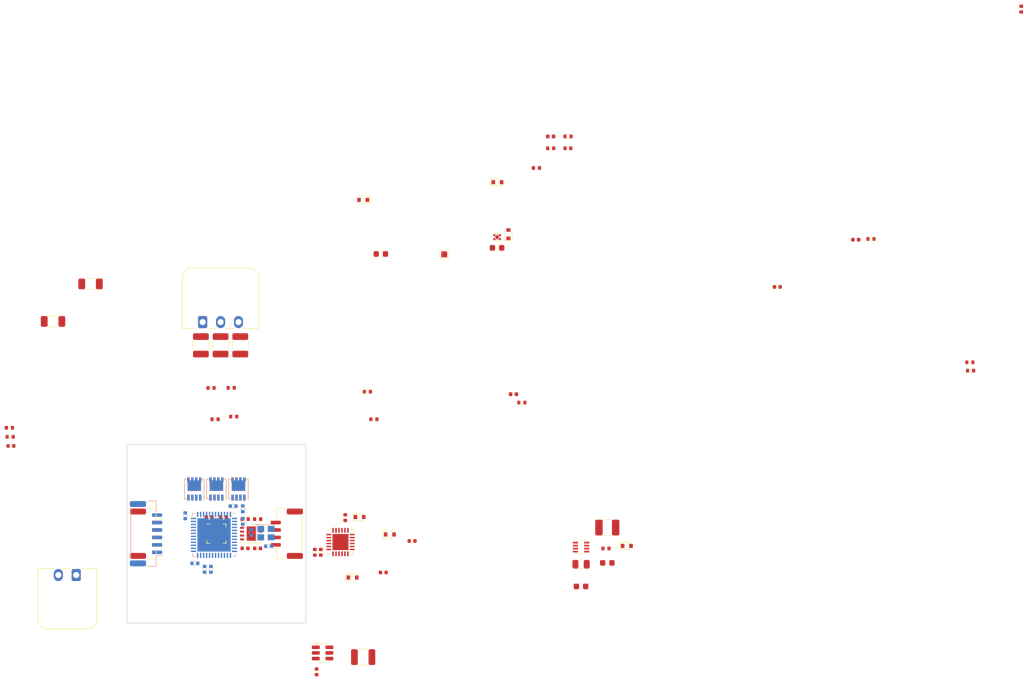
<source format=kicad_pcb>
(kicad_pcb (version 20211014) (generator pcbnew)
  (layers (0 "F.Cu" signal) (31 "B.Cu" signal) (34 "B.Paste" user) (35 "F.Paste" user) (36 "B.SilkS" user "B.Silkscreen") (37 "F.SilkS" user "F.Silkscreen") (38 "B.Mask" user) (39 "F.Mask" user) (44 "Edge.Cuts" user))
  (net 0 "")
  (net 1 "+3V3")
  (net 2 "GND")
  (net 3 "/nRST")
  (net 4 "+5V")
  (net 5 "/XIN")
  (net 6 "/XOUT")
  (net 7 "+BATT")
  (net 8 "Net-(C21-Pad1)")
  (net 9 "Net-(C25-Pad1)")
  (net 10 "/OPAMP1_VINP")
  (net 11 "Net-(C26-Pad1)")
  (net 12 "/OPAMP2_VINP")
  (net 13 "Net-(C27-Pad1)")
  (net 14 "/OPAMP3_VINP")
  (net 15 "Net-(C29-Pad1)")
  (net 16 "/VSENSE_BAT")
  (net 17 "Net-(D2-Pad2)")
  (net 18 "Net-(D3-Pad1)")
  (net 19 "/STATUS")
  (net 20 "Net-(D4-Pad2)")
  (net 21 "Net-(D5-Pad1)")
  (net 22 "Net-(D6-Pad1)")
  (net 23 "/CAN_STATUS")
  (net 24 "/CAN_P")
  (net 25 "/CAN_N")
  (net 26 "Net-(J3-Pad1)")
  (net 27 "/OPAMP1_VINM")
  (net 28 "/OPAMP2_VINM")
  (net 29 "/OPAMP3_VINM")
  (net 30 "/USART3_TX_DBG")
  (net 31 "/USART3_RX_DBG")
  (net 32 "/SWDIO")
  (net 33 "/SWCLK")
  (net 34 "Net-(L1-Pad1)")
  (net 35 "Net-(Q1-Pad4)")
  (net 36 "Net-(Q2-Pad4)")
  (net 37 "Net-(Q3-Pad4)")
  (net 38 "Net-(Q4-Pad4)")
  (net 39 "Net-(Q5-Pad4)")
  (net 40 "Net-(Q6-Pad4)")
  (net 41 "/CAN_SILENT")
  (net 42 "/Power Stage/FET_HIGH_A")
  (net 43 "/Power Stage/FET_LOW_A")
  (net 44 "/Power Stage/FET_HIGH_B")
  (net 45 "/Power Stage/FET_LOW_B")
  (net 46 "/Power Stage/FET_HIGH_C")
  (net 47 "/Power Stage/FET_LOW_C")
  (net 48 "Net-(R20-Pad1)")
  (net 49 "/VSENSE_3V3")
  (net 50 "/DAC1_OUT1")
  (net 54 "/ISENSE_BAT")
  (net 56 "/TIM1_CH3N")
  (net 60 "/TIM1_CH1")
  (net 61 "/TIM1_CH2")
  (net 62 "/TIM1_CH3")
  (net 63 "/TIM1_CH1N")
  (net 64 "/TIM1_CH2N")
  (net 68 "/SPI1_SCK")
  (net 69 "/SPI1_MISO")
  (net 70 "/SPI1_MOSI")
  (net 71 "/SPI1_nCS")
  (net 72 "/FDCAN1_RX")
  (net 73 "/FDCAN1_TX")
  (footprint "Resistor_SMD:R_0402_1005Metric" (layer "F.Cu") (at 52.475 75.525)
    (fp_text reference "R13" hide)
    (fp_text value "100")
    (pad "1" smd roundrect (at -0.51 0) (size 0.54 0.64) (layers "F.Cu" "F.Paste" "F.Mask") (net 44 "/Power Stage/FET_HIGH_B"))
    (pad "2" smd roundrect (at 0.51 0) (size 0.54 0.64) (layers "F.Cu" "F.Paste" "F.Mask") (net 37 "Net-(Q3-Pad4)"))
  )
  (footprint "Capacitor_SMD:C_0402_1005Metric" (layer "F.Cu") (at 15.55 85.275)
    (fp_text reference "C30" hide)
    (fp_text value "0u1")
    (pad "1" smd roundrect (at -0.48 0) (size 0.56 0.62) (layers "F.Cu" "F.Paste" "F.Mask") (net 16 "/VSENSE_BAT"))
    (pad "2" smd roundrect (at 0.48 0) (size 0.56 0.62) (layers "F.Cu" "F.Paste" "F.Mask") (net 2 "GND"))
  )
  (footprint "Resistor_SMD:R_0402_1005Metric" (layer "F.Cu") (at 75.3 76.175)
    (fp_text reference "R15" hide)
    (fp_text value "100")
    (pad "1" smd roundrect (at -0.51 0) (size 0.54 0.64) (layers "F.Cu" "F.Paste" "F.Mask") (net 46 "/Power Stage/FET_HIGH_C"))
    (pad "2" smd roundrect (at 0.51 0) (size 0.54 0.64) (layers "F.Cu" "F.Paste" "F.Mask") (net 39 "Net-(Q5-Pad4)"))
  )
  (footprint "Connector_Molex:Molex_Micro-Fit_3.0_43650-0200_1x02_P3.00mm_Horizontal" (layer "F.Cu") (at 26.5 106.93 180)
    (fp_text reference "J3" hide)
    (fp_text value "Battery")
    (pad "" np_thru_hole circle (at 1.5 -4.32 180) (size 3 3) (drill 3) (layers *.Cu *.Mask))
    (pad "1" thru_hole roundrect (at 0 0 180) (size 1.5 2.02) (drill 1.02) (layers *.Cu *.Mask) (roundrect_rratio 0.166667) (net 26 "Net-(J3-Pad1)"))
    (pad "2" thru_hole oval (at 3 0 180) (size 1.5 2.02) (drill 1.02) (layers *.Cu *.Mask) (net 2 "GND"))
  )
  (footprint "Capacitor_SMD:C_0402_1005Metric" (layer "F.Cu") (at 54.8 102.455)
    (fp_text reference "C18" hide)
    (fp_text value "0.1uF")
    (pad "1" smd roundrect (at -0.48 0) (size 0.56 0.62) (layers "F.Cu" "F.Paste" "F.Mask") (net 4 "+5V"))
    (pad "2" smd roundrect (at 0.48 0) (size 0.56 0.62) (layers "F.Cu" "F.Paste" "F.Mask") (net 2 "GND"))
  )
  (footprint "Package_DFN_QFN:QFN-16-1EP_3x3mm_P0.5mm_EP1.7x1.7mm" (layer "F.Cu") (at 50 100)
    (fp_text reference "U3" hide)
    (fp_text value "MA732")
    (pad "1" smd roundrect (at -1.4625 -0.75) (size 0.825 0.25) (layers "F.Cu" "F.Paste" "F.Mask"))
    (pad "2" smd roundrect (at -1.4625 -0.25) (size 0.825 0.25) (layers "F.Cu" "F.Paste" "F.Mask"))
    (pad "3" smd roundrect (at -1.4625 0.25) (size 0.825 0.25) (layers "F.Cu" "F.Paste" "F.Mask"))
    (pad "4" smd roundrect (at -1.4625 0.75) (size 0.825 0.25) (layers "F.Cu" "F.Paste" "F.Mask") (net 70 "/SPI1_MOSI"))
    (pad "5" smd roundrect (at -0.75 1.4625) (size 0.25 0.825) (layers "F.Cu" "F.Paste" "F.Mask") (net 71 "/SPI1_nCS"))
    (pad "6" smd roundrect (at -0.25 1.4625) (size 0.25 0.825) (layers "F.Cu" "F.Paste" "F.Mask"))
    (pad "7" smd roundrect (at 0.25 1.4625) (size 0.25 0.825) (layers "F.Cu" "F.Paste" "F.Mask") (net 69 "/SPI1_MISO"))
    (pad "8" smd roundrect (at 0.75 1.4625) (size 0.25 0.825) (layers "F.Cu" "F.Paste" "F.Mask") (net 2 "GND"))
    (pad "9" smd roundrect (at 1.4625 0.75) (size 0.825 0.25) (layers "F.Cu" "F.Paste" "F.Mask"))
    (pad "10" smd roundrect (at 1.4625 0.25) (size 0.825 0.25) (layers "F.Cu" "F.Paste" "F.Mask") (net 2 "GND"))
    (pad "11" smd roundrect (at 1.4625 -0.25) (size 0.825 0.25) (layers "F.Cu" "F.Paste" "F.Mask"))
    (pad "12" smd roundrect (at 1.4625 -0.75) (size 0.825 0.25) (layers "F.Cu" "F.Paste" "F.Mask") (net 68 "/SPI1_SCK"))
    (pad "13" smd roundrect (at 0.75 -1.4625) (size 0.25 0.825) (layers "F.Cu" "F.Paste" "F.Mask") (net 1 "+3V3"))
    (pad "14" smd roundrect (at 0.25 -1.4625) (size 0.25 0.825) (layers "F.Cu" "F.Paste" "F.Mask"))
    (pad "15" smd roundrect (at -0.25 -1.4625) (size 0.25 0.825) (layers "F.Cu" "F.Paste" "F.Mask"))
    (pad "16" smd roundrect (at -0.75 -1.4625) (size 0.25 0.825) (layers "F.Cu" "F.Paste" "F.Mask"))
    (pad "17" smd rect (at 0 0) (size 1.7 1.7) (layers "F.Cu" "F.Mask") (net 2 "GND"))
  )
  (footprint "Resistor_SMD:R_1210_3225Metric" (layer "F.Cu") (at 47.4 68.4 90)
    (fp_text reference "R17" hide)
    (fp_text value "0R005")
    (pad "1" smd roundrect (at -1.4625 0 90) (size 1.125 2.65) (layers "F.Cu" "F.Paste" "F.Mask") (roundrect_rratio 0.222222) (net 10 "/OPAMP1_VINP"))
    (pad "2" smd roundrect (at 1.4625 0 90) (size 1.125 2.65) (layers "F.Cu" "F.Paste" "F.Mask") (roundrect_rratio 0.222222) (net 27 "/OPAMP1_VINM"))
  )
  (footprint "Capacitor_SMD:C_0603_1608Metric" (layer "F.Cu") (at 115.525 104.9)
    (fp_text reference "C29" hide)
    (fp_text value "10u")
    (pad "1" smd roundrect (at -0.775 0) (size 0.9 0.95) (layers "F.Cu" "F.Paste" "F.Mask") (net 15 "Net-(C29-Pad1)"))
    (pad "2" smd roundrect (at 0.775 0) (size 0.9 0.95) (layers "F.Cu" "F.Paste" "F.Mask") (net 2 "GND"))
  )
  (footprint "Capacitor_SMD:C_1206_3216Metric" (layer "F.Cu") (at 22.61 64.39)
    (fp_text reference "C28" hide)
    (fp_text value "47u")
    (pad "1" smd roundrect (at -1.475 0) (size 1.15 1.8) (layers "F.Cu" "F.Paste" "F.Mask") (roundrect_rratio 0.217391) (net 7 "+BATT"))
    (pad "2" smd roundrect (at 1.475 0) (size 1.15 1.8) (layers "F.Cu" "F.Paste" "F.Mask") (roundrect_rratio 0.217391) (net 2 "GND"))
  )
  (footprint "Resistor_SMD:R_0402_1005Metric" (layer "F.Cu") (at 176.425 72.65)
    (fp_text reference "R22" hide)
    (fp_text value "10K")
    (pad "1" smd roundrect (at -0.51 0) (size 0.54 0.64) (layers "F.Cu" "F.Paste" "F.Mask") (net 49 "/VSENSE_3V3"))
    (pad "2" smd roundrect (at 0.51 0) (size 0.54 0.64) (layers "F.Cu" "F.Paste" "F.Mask") (net 2 "GND"))
  )
  (footprint "Resistor_SMD:R_0402_1005Metric" (layer "F.Cu") (at 108.94 33.36)
    (fp_text reference "R2" hide)
    (fp_text value "10K")
    (pad "1" smd roundrect (at -0.51 0) (size 0.54 0.64) (layers "F.Cu" "F.Paste" "F.Mask") (net 1 "+3V3"))
    (pad "2" smd roundrect (at 0.51 0) (size 0.54 0.64) (layers "F.Cu" "F.Paste" "F.Mask") (net 3 "/nRST"))
  )
  (footprint "Capacitor_SMD:C_0402_1005Metric" (layer "F.Cu") (at 56.9 102.455 180)
    (fp_text reference "C15" hide)
    (fp_text value "0.1uF")
    (pad "1" smd roundrect (at -0.48 0 180) (size 0.56 0.62) (layers "F.Cu" "F.Paste" "F.Mask") (net 1 "+3V3"))
    (pad "2" smd roundrect (at 0.48 0 180) (size 0.56 0.62) (layers "F.Cu" "F.Paste" "F.Mask") (net 2 "GND"))
  )
  (footprint "Resistor_SMD:R_0402_1005Metric" (layer "F.Cu") (at 52.9 80.35)
    (fp_text reference "R14" hide)
    (fp_text value "100")
    (pad "1" smd roundrect (at -0.51 0) (size 0.54 0.64) (layers "F.Cu" "F.Paste" "F.Mask") (net 45 "/Power Stage/FET_LOW_B"))
    (pad "2" smd roundrect (at 0.51 0) (size 0.54 0.64) (layers "F.Cu" "F.Paste" "F.Mask") (net 38 "Net-(Q4-Pad4)"))
  )
  (footprint "Resistor_SMD:R_1210_3225Metric" (layer "F.Cu") (at 74.6 120.7)
    (fp_text reference "R12" hide)
    (fp_text value "0R005")
    (pad "1" smd roundrect (at -1.4625 0) (size 1.125 2.65) (layers "F.Cu" "F.Paste" "F.Mask") (roundrect_rratio 0.222222) (net 7 "+BATT"))
    (pad "2" smd roundrect (at 1.4625 0) (size 1.125 2.65) (layers "F.Cu" "F.Paste" "F.Mask") (roundrect_rratio 0.222222) (net 26 "Net-(J3-Pad1)"))
  )
  (footprint "Capacitor_SMD:C_0402_1005Metric" (layer "F.Cu") (at 108.92 35.34)
    (fp_text reference "C10" hide)
    (fp_text value "0.1uF")
    (pad "1" smd roundrect (at -0.48 0) (size 0.56 0.62) (layers "F.Cu" "F.Paste" "F.Mask") (net 3 "/nRST"))
    (pad "2" smd roundrect (at 0.48 0) (size 0.56 0.62) (layers "F.Cu" "F.Paste" "F.Mask") (net 2 "GND"))
  )
  (footprint "LED_SMD:LED_0402_1005Metric" (layer "F.Cu") (at 106.035 33.36)
    (fp_text reference "D5" hide)
    (fp_text value "GREEN")
    (pad "1" smd roundrect (at -0.485 0) (size 0.59 0.64) (layers "F.Cu" "F.Paste" "F.Mask") (net 21 "Net-(D5-Pad1)"))
    (pad "2" smd roundrect (at 0.485 0) (size 0.59 0.64) (layers "F.Cu" "F.Paste" "F.Mask") (net 1 "+3V3"))
  )
  (footprint "Capacitor_SMD:C_0402_1005Metric" (layer "F.Cu") (at 77.975 106.5)
    (fp_text reference "C26" hide)
    (fp_text value "4u7")
    (pad "1" smd roundrect (at -0.48 0) (size 0.56 0.62) (layers "F.Cu" "F.Paste" "F.Mask") (net 11 "Net-(C26-Pad1)"))
    (pad "2" smd roundrect (at 0.48 0) (size 0.56 0.62) (layers "F.Cu" "F.Paste" "F.Mask") (net 12 "/OPAMP2_VINP"))
  )
  (footprint "Diode_SMD:D_SOD-523" (layer "F.Cu") (at 97.11 41.04)
    (fp_text reference "D2" hide)
    (fp_text value "BAT64")
    (pad "1" smd rect (at -0.7 0 180) (size 0.6 0.7) (layers "F.Cu" "F.Paste" "F.Mask") (net 4 "+5V"))
    (pad "2" smd rect (at 0.7 0 180) (size 0.6 0.7) (layers "F.Cu" "F.Paste" "F.Mask") (net 17 "Net-(D2-Pad2)"))
  )
  (footprint "Resistor_SMD:R_0402_1005Metric" (layer "F.Cu") (at 49.775 80.8)
    (fp_text reference "R11" hide)
    (fp_text value "100")
    (pad "1" smd roundrect (at -0.51 0) (size 0.54 0.64) (layers "F.Cu" "F.Paste" "F.Mask") (net 43 "/Power Stage/FET_LOW_A"))
    (pad "2" smd roundrect (at 0.51 0) (size 0.54 0.64) (layers "F.Cu" "F.Paste" "F.Mask") (net 36 "Net-(Q2-Pad4)"))
  )
  (footprint "Package_SO:Vishay_PowerPAK_1212-8_Single" (layer "F.Cu") (at 53.7 92.5 90)
    (fp_text reference "Q5" hide)
    (fp_text value "SiS415DNT")
    (pad "1" smd rect (at -1.435 -0.99 90) (size 0.99 0.405) (layers "F.Cu" "F.Paste" "F.Mask") (net 14 "/OPAMP3_VINP"))
    (pad "2" smd rect (at -1.435 -0.33 90) (size 0.99 0.405) (layers "F.Cu" "F.Paste" "F.Mask") (net 14 "/OPAMP3_VINP"))
    (pad "3" smd rect (at -1.435 0.33 90) (size 0.99 0.405) (layers "F.Cu" "F.Paste" "F.Mask") (net 14 "/OPAMP3_VINP"))
    (pad "4" smd rect (at -1.435 0.99 90) (size 0.99 0.405) (layers "F.Cu" "F.Paste" "F.Mask") (net 39 "Net-(Q5-Pad4)"))
    (pad "5" smd custom (at 0.5575 0 90) (size 1.725 2.235) (layers "F.Cu" "F.Paste" "F.Mask") (net 7 "+BATT") (options (clearance outline) (anchor rect)) (primitives (gr_poly (pts (xy 1.3725 -0.7875) (xy 0.8625 -0.7875) (xy 0.8625 -0.5325) (xy 1.3725 -0.5325) (xy 1.3725 -0.1275) (xy 0.8625 -0.1275) (xy 0.8625 0.1275) (xy 1.3725 0.1275) (xy 1.3725 0.5325) (xy 0.8625 0.5325) (xy 0.8625 0.7875) (xy 1.3725 0.7875) (xy 1.3725 1.195) (xy 0.6125 1.195) (xy 0.6125 -1.195) (xy 1.3725 -1.195)) (width 0) (fill yes))))
  )
  (footprint "Capacitor_SMD:C_0402_1005Metric" (layer "F.Cu") (at 51.21 97.2 180)
    (fp_text reference "C16" hide)
    (fp_text value "1u")
    (pad "1" smd roundrect locked (at -0.48 0 180) (size 0.56 0.62) (layers "F.Cu" "F.Paste" "F.Mask") (net 2 "GND"))
    (pad "2" smd roundrect locked (at 0.48 0 180) (size 0.56 0.62) (layers "F.Cu" "F.Paste" "F.Mask") (net 1 "+3V3"))
  )
  (footprint "Capacitor_SMD:C_0402_1005Metric" (layer "F.Cu") (at 66.8 123.175 90)
    (fp_text reference "C31" hide)
    (fp_text value "0u1")
    (pad "1" smd roundrect (at -0.48 0 90) (size 0.56 0.62) (layers "F.Cu" "F.Paste" "F.Mask") (net 1 "+3V3"))
    (pad "2" smd roundrect (at 0.48 0 90) (size 0.56 0.62) (layers "F.Cu" "F.Paste" "F.Mask") (net 2 "GND"))
  )
  (footprint "Package_SO:Vishay_PowerPAK_1212-8_Single" (layer "F.Cu") (at 50 92.5 90)
    (fp_text reference "Q3" hide)
    (fp_text value "SiS415DNT")
    (pad "1" smd rect (at -1.435 -0.99 90) (size 0.99 0.405) (layers "F.Cu" "F.Paste" "F.Mask") (net 12 "/OPAMP2_VINP"))
    (pad "2" smd rect (at -1.435 -0.33 90) (size 0.99 0.405) (layers "F.Cu" "F.Paste" "F.Mask") (net 12 "/OPAMP2_VINP"))
    (pad "3" smd rect (at -1.435 0.33 90) (size 0.99 0.405) (layers "F.Cu" "F.Paste" "F.Mask") (net 12 "/OPAMP2_VINP"))
    (pad "4" smd rect (at -1.435 0.99 90) (size 0.99 0.405) (layers "F.Cu" "F.Paste" "F.Mask") (net 37 "Net-(Q3-Pad4)"))
    (pad "5" smd custom (at 0.5575 0 90) (size 1.725 2.235) (layers "F.Cu" "F.Paste" "F.Mask") (net 7 "+BATT") (options (clearance outline) (anchor rect)) (primitives (gr_poly (pts (xy 1.3725 -0.7875) (xy 0.8625 -0.7875) (xy 0.8625 -0.5325) (xy 1.3725 -0.5325) (xy 1.3725 -0.1275) (xy 0.8625 -0.1275) (xy 0.8625 0.1275) (xy 1.3725 0.1275) (xy 1.3725 0.5325) (xy 0.8625 0.5325) (xy 0.8625 0.7875) (xy 1.3725 0.7875) (xy 1.3725 1.195) (xy 0.6125 1.195) (xy 0.6125 -1.195) (xy 1.3725 -1.195)) (width 0) (fill yes))))
  )
  (footprint "Resistor_SMD:R_1210_3225Metric" (layer "F.Cu") (at 50.7 68.4 90)
    (fp_text reference "R18" hide)
    (fp_text value "0R005")
    (pad "1" smd roundrect (at -1.4625 0 90) (size 1.125 2.65) (layers "F.Cu" "F.Paste" "F.Mask") (roundrect_rratio 0.222222) (net 12 "/OPAMP2_VINP"))
    (pad "2" smd roundrect (at 1.4625 0 90) (size 1.125 2.65) (layers "F.Cu" "F.Paste" "F.Mask") (roundrect_rratio 0.222222) (net 28 "/OPAMP2_VINM"))
  )
  (footprint "Capacitor_SMD:C_0402_1005Metric" (layer "F.Cu") (at 184.9 12 -90)
    (fp_text reference "C9" hide)
    (fp_text value "10u")
    (pad "1" smd roundrect (at -0.48 0 270) (size 0.56 0.62) (layers "F.Cu" "F.Paste" "F.Mask") (net 1 "+3V3"))
    (pad "2" smd roundrect (at 0.48 0 270) (size 0.56 0.62) (layers "F.Cu" "F.Paste" "F.Mask") (net 2 "GND"))
  )
  (footprint "Resistor_SMD:R_0402_1005Metric" (layer "F.Cu") (at 106.035 35.35)
    (fp_text reference "R1" hide)
    (fp_text value "0")
    (pad "1" smd roundrect (at -0.51 0) (size 0.54 0.64) (layers "F.Cu" "F.Paste" "F.Mask") (net 3 "/nRST"))
    (pad "2" smd roundrect (at 0.51 0) (size 0.54 0.64) (layers "F.Cu" "F.Paste" "F.Mask") (net 2 "GND"))
  )
  (footprint "Capacitor_SMD:C_0402_1005Metric" (layer "F.Cu") (at 67.5 103.11 -90)
    (fp_text reference "C22" hide)
    (fp_text value "2u2")
    (pad "1" smd roundrect (at -0.48 0 270) (size 0.56 0.62) (layers "F.Cu" "F.Paste" "F.Mask") (net 1 "+3V3"))
    (pad "2" smd roundrect (at 0.48 0 270) (size 0.56 0.62) (layers "F.Cu" "F.Paste" "F.Mask") (net 2 "GND"))
  )
  (footprint "Diode_SMD:D_SOD-523" (layer "F.Cu") (at 79.075 100.125)
    (fp_text reference "D9" hide)
    (fp_text value "BAT54")
    (pad "1" smd rect (at -0.7 0 180) (size 0.6 0.7) (layers "F.Cu" "F.Paste" "F.Mask") (net 13 "Net-(C27-Pad1)"))
    (pad "2" smd rect (at 0.7 0 180) (size 0.6 0.7) (layers "F.Cu" "F.Paste" "F.Mask") (net 1 "+3V3"))
  )
  (footprint "Package_DFN_QFN:DFN-8_2x2mm_P0.5mm" (layer "F.Cu") (at 111.125 102.25)
    (fp_text reference "U6" hide)
    (fp_text value "MAX15062A")
    (pad "1" smd rect (at -0.95 -0.75) (size 0.85 0.3) (layers "F.Cu" "F.Paste" "F.Mask") (net 7 "+BATT"))
    (pad "2" smd rect (at -0.95 -0.25) (size 0.85 0.3) (layers "F.Cu" "F.Paste" "F.Mask") (net 7 "+BATT"))
    (pad "3" smd rect (at -0.95 0.25) (size 0.85 0.3) (layers "F.Cu" "F.Paste" "F.Mask") (net 8 "Net-(C21-Pad1)"))
    (pad "4" smd rect (at -0.95 0.75) (size 0.85 0.3) (layers "F.Cu" "F.Paste" "F.Mask") (net 15 "Net-(C29-Pad1)"))
    (pad "5" smd rect (at 0.95 0.75) (size 0.85 0.3) (layers "F.Cu" "F.Paste" "F.Mask") (net 2 "GND"))
    (pad "6" smd rect (at 0.95 0.25) (size 0.85 0.3) (layers "F.Cu" "F.Paste" "F.Mask") (net 48 "Net-(R20-Pad1)"))
    (pad "7" smd rect (at 0.95 -0.25) (size 0.85 0.3) (layers "F.Cu" "F.Paste" "F.Mask") (net 2 "GND"))
    (pad "8" smd rect (at 0.95 -0.75) (size 0.85 0.3) (layers "F.Cu" "F.Paste" "F.Mask") (net 34 "Net-(L1-Pad1)"))
  )
  (footprint "Resistor_SMD:R_0402_1005Metric" (layer "F.Cu") (at 101.2 78)
    (fp_text reference "R3" hide)
    (fp_text value "1K5")
    (pad "1" smd roundrect (at -0.51 0) (size 0.54 0.64) (layers "F.Cu" "F.Paste" "F.Mask") (net 18 "Net-(D3-Pad1)"))
    (pad "2" smd roundrect (at 0.51 0) (size 0.54 0.64) (layers "F.Cu" "F.Paste" "F.Mask") (net 2 "GND"))
  )
  (footprint "Resistor_SMD:R_0402_1005Metric" (layer "F.Cu") (at 103.65 38.65)
    (fp_text reference "R4" hide)
    (fp_text value "1.5K")
    (pad "1" smd roundrect (at -0.51 0) (size 0.54 0.64) (layers "F.Cu" "F.Paste" "F.Mask") (net 21 "Net-(D5-Pad1)"))
    (pad "2" smd roundrect (at 0.51 0) (size 0.54 0.64) (layers "F.Cu" "F.Paste" "F.Mask") (net 2 "GND"))
  )
  (footprint "Diode_SMD:D_SOD-523" (layer "F.Cu") (at 118.8 102.05)
    (fp_text reference "D10" hide)
    (fp_text value "BAT54")
    (pad "1" smd rect (at -0.7 0 180) (size 0.6 0.7) (layers "F.Cu" "F.Paste" "F.Mask") (net 1 "+3V3"))
    (pad "2" smd rect (at 0.7 0 180) (size 0.6 0.7) (layers "F.Cu" "F.Paste" "F.Mask") (net 15 "Net-(C29-Pad1)"))
  )
  (footprint "Connector_Molex:Molex_Micro-Fit_3.0_43650-0300_1x03_P3.00mm_Horizontal" (layer "F.Cu") (at 47.7 64.5)
    (fp_text reference "J4" hide)
    (fp_text value "Motor")
    (pad "" np_thru_hole circle (at 3 -4.32) (size 3 3) (drill 3) (layers *.Cu *.Mask))
    (pad "1" thru_hole roundrect (at 0 0) (size 1.5 2.02) (drill 1.02) (layers *.Cu *.Mask) (roundrect_rratio 0.166667) (net 27 "/OPAMP1_VINM"))
    (pad "2" thru_hole oval (at 3 0) (size 1.5 2.02) (drill 1.02) (layers *.Cu *.Mask) (net 28 "/OPAMP2_VINM"))
    (pad "3" thru_hole oval (at 6 0) (size 1.5 2.02) (drill 1.02) (layers *.Cu *.Mask) (net 29 "/OPAMP3_VINM"))
  )
  (footprint "Diode_SMD:D_SOD-523" (layer "F.Cu") (at 74 97.2)
    (fp_text reference "D7" hide)
    (fp_text value "BAT54")
    (pad "1" smd rect (at -0.7 0 180) (size 0.6 0.7) (layers "F.Cu" "F.Paste" "F.Mask") (net 9 "Net-(C25-Pad1)"))
    (pad "2" smd rect (at 0.7 0 180) (size 0.6 0.7) (layers "F.Cu" "F.Paste" "F.Mask") (net 1 "+3V3"))
  )
  (footprint "Resistor_SMD:R_0402_1005Metric" (layer "F.Cu") (at 54.81 97.555 180)
    (fp_text reference "R5" hide)
    (fp_text value "100K")
    (pad "1" smd roundrect (at -0.51 0 180) (size 0.54 0.64) (layers "F.Cu" "F.Paste" "F.Mask") (net 41 "/CAN_SILENT"))
    (pad "2" smd roundrect (at 0.51 0 180) (size 0.54 0.64) (layers "F.Cu" "F.Paste" "F.Mask") (net 2 "GND"))
  )
  (footprint "TestPoint:TestPoint_Pad_1.0x1.0mm" (layer "F.Cu") (at 88.19 53.14)
    (fp_text reference "TP1" hide)
    (fp_text value "TestPoint")
    (pad "1" smd rect (at 0 0) (size 1 1) (layers "F.Cu" "F.Mask") (net 50 "/DAC1_OUT1"))
  )
  (footprint "Package_SO:Vishay_PowerPAK_1212-8_Single" (layer "F.Cu") (at 46.3 92.5 90)
    (fp_text reference "Q1" hide)
    (fp_text value "SiS415DNT")
    (pad "1" smd rect (at -1.435 -0.99 90) (size 0.99 0.405) (layers "F.Cu" "F.Paste" "F.Mask") (net 10 "/OPAMP1_VINP"))
    (pad "2" smd rect (at -1.435 -0.33 90) (size 0.99 0.405) (layers "F.Cu" "F.Paste" "F.Mask") (net 10 "/OPAMP1_VINP"))
    (pad "3" smd rect (at -1.435 0.33 90) (size 0.99 0.405) (layers "F.Cu" "F.Paste" "F.Mask") (net 10 "/OPAMP1_VINP"))
    (pad "4" smd rect (at -1.435 0.99 90) (size 0.99 0.405) (layers "F.Cu" "F.Paste" "F.Mask") (net 35 "Net-(Q1-Pad4)"))
    (pad "5" smd custom (at 0.5575 0 90) (size 1.725 2.235) (layers "F.Cu" "F.Paste" "F.Mask") (net 7 "+BATT") (options (clearance outline) (anchor rect)) (primitives (gr_poly (pts (xy 1.3725 -0.7875) (xy 0.8625 -0.7875) (xy 0.8625 -0.5325) (xy 1.3725 -0.5325) (xy 1.3725 -0.1275) (xy 0.8625 -0.1275) (xy 0.8625 0.1275) (xy 1.3725 0.1275) (xy 1.3725 0.5325) (xy 0.8625 0.5325) (xy 0.8625 0.7875) (xy 1.3725 0.7875) (xy 1.3725 1.195) (xy 0.6125 1.195) (xy 0.6125 -1.195) (xy 1.3725 -1.195)) (width 0) (fill yes))))
  )
  (footprint "Capacitor_SMD:C_0402_1005Metric" (layer "F.Cu") (at 144.02 58.6)
    (fp_text reference "C8" hide)
    (fp_text value "0u1")
    (pad "1" smd roundrect (at -0.48 0) (size 0.56 0.62) (layers "F.Cu" "F.Paste" "F.Mask") (net 1 "+3V3"))
    (pad "2" smd roundrect (at 0.48 0) (size 0.56 0.62) (layers "F.Cu" "F.Paste" "F.Mask") (net 2 "GND"))
  )
  (footprint "Package_TO_SOT_SMD:SOT-23-6" (layer "F.Cu") (at 67.8 120)
    (fp_text reference "U7" hide)
    (fp_text value "INA186")
    (pad "1" smd roundrect (at -1.1375 -0.95) (size 1.325 0.6) (layers "F.Cu" "F.Paste" "F.Mask") (net 2 "GND"))
    (pad "2" smd roundrect (at -1.1375 0) (size 1.325 0.6) (layers "F.Cu" "F.Paste" "F.Mask") (net 2 "GND"))
    (pad "3" smd roundrect (at -1.1375 0.95) (size 1.325 0.6) (layers "F.Cu" "F.Paste" "F.Mask") (net 1 "+3V3"))
    (pad "4" smd roundrect (at 1.1375 0.95) (size 1.325 0.6) (layers "F.Cu" "F.Paste" "F.Mask") (net 26 "Net-(J3-Pad1)"))
    (pad "5" smd roundrect (at 1.1375 0) (size 1.325 0.6) (layers "F.Cu" "F.Paste" "F.Mask") (net 7 "+BATT"))
    (pad "6" smd roundrect (at 1.1375 -0.95) (size 1.325 0.6) (layers "F.Cu" "F.Paste" "F.Mask") (net 54 "/ISENSE_BAT"))
  )
  (footprint "Resistor_SMD:R_0402_1005Metric" (layer "F.Cu") (at 15.3 82.225)
    (fp_text reference "R8" hide)
    (fp_text value "47K")
    (pad "1" smd roundrect (at -0.51 0) (size 0.54 0.64) (layers "F.Cu" "F.Paste" "F.Mask") (net 7 "+BATT"))
    (pad "2" smd roundrect (at 0.51 0) (size 0.54 0.64) (layers "F.Cu" "F.Paste" "F.Mask") (net 16 "/VSENSE_BAT"))
  )
  (footprint "Capacitor_SMD:C_0402_1005Metric" (layer "F.Cu") (at 71.6 97.3 90)
    (fp_text reference "C25" hide)
    (fp_text value "4u7")
    (pad "1" smd roundrect (at -0.48 0 90) (size 0.56 0.62) (layers "F.Cu" "F.Paste" "F.Mask") (net 9 "Net-(C25-Pad1)"))
    (pad "2" smd roundrect (at 0.48 0 90) (size 0.56 0.62) (layers "F.Cu" "F.Paste" "F.Mask") (net 10 "/OPAMP1_VINP"))
  )
  (footprint "Resistor_SMD:R_0402_1005Metric" (layer "F.Cu") (at 49.1 75.55)
    (fp_text reference "R10" hide)
    (fp_text value "100")
    (pad "1" smd roundrect (at -0.51 0) (size 0.54 0.64) (layers "F.Cu" "F.Paste" "F.Mask") (net 42 "/Power Stage/FET_HIGH_A"))
    (pad "2" smd roundrect (at 0.51 0) (size 0.54 0.64) (layers "F.Cu" "F.Paste" "F.Mask") (net 35 "Net-(Q1-Pad4)"))
  )
  (footprint "Capacitor_SMD:C_0402_1005Metric" (layer "F.Cu") (at 66.5 103.12 90)
    (fp_text reference "C20" hide)
    (fp_text value "0u1")
    (pad "1" smd roundrect (at -0.48 0 90) (size 0.56 0.62) (layers "F.Cu" "F.Paste" "F.Mask") (net 2 "GND"))
    (pad "2" smd roundrect (at 0.48 0 90) (size 0.56 0.62) (layers "F.Cu" "F.Paste" "F.Mask") (net 1 "+3V3"))
  )
  (footprint "LED_SMD:LED_0402_1005Metric" (layer "F.Cu") (at 99.8 76.6)
    (fp_text reference "D3" hide)
    (fp_text value "LED")
    (pad "1" smd roundrect (at -0.485 0) (size 0.59 0.64) (layers "F.Cu" "F.Paste" "F.Mask") (net 18 "Net-(D3-Pad1)"))
    (pad "2" smd roundrect (at 0.485 0) (size 0.59 0.64) (layers "F.Cu" "F.Paste" "F.Mask") (net 19 "/STATUS"))
  )
  (footprint "Capacitor_SMD:C_1206_3216Metric" (layer "F.Cu") (at 28.9 58.1)
    (fp_text reference "C24" hide)
    (fp_text value "47u")
    (pad "1" smd roundrect (at -1.475 0) (size 1.15 1.8) (layers "F.Cu" "F.Paste" "F.Mask") (roundrect_rratio 0.217391) (net 7 "+BATT"))
    (pad "2" smd roundrect (at 1.475 0) (size 1.15 1.8) (layers "F.Cu" "F.Paste" "F.Mask") (roundrect_rratio 0.217391) (net 2 "GND"))
  )
  (footprint "Connector_JST:JST_GH_SM04B-GHS-TB_1x04-1MP_P1.25mm_Horizontal" (layer "F.Cu") (at 38.2 100 -90)
    (fp_text reference "J1" hide)
    (fp_text value "CAN_IN")
    (pad "1" smd roundrect locked (at -1.875 -1.85 270) (size 0.6 1.7) (layers "F.Cu" "F.Paste" "F.Mask") (net 17 "Net-(D2-Pad2)"))
    (pad "2" smd roundrect locked (at -0.625 -1.85 270) (size 0.6 1.7) (layers "F.Cu" "F.Paste" "F.Mask") (net 24 "/CAN_P"))
    (pad "3" smd roundrect locked (at 0.625 -1.85 270) (size 0.6 1.7) (layers "F.Cu" "F.Paste" "F.Mask") (net 25 "/CAN_N"))
    (pad "4" smd roundrect locked (at 1.875 -1.85 270) (size 0.6 1.7) (layers "F.Cu" "F.Paste" "F.Mask") (net 2 "GND"))
    (pad "MP" smd roundrect locked (at -3.725 1.35 270) (size 1 2.7) (layers "F.Cu" "F.Paste" "F.Mask"))
    (pad "MP" smd roundrect locked (at 3.725 1.35 270) (size 1 2.7) (layers "F.Cu" "F.Paste" "F.Mask"))
  )
  (footprint "Diode_SMD:D_SOD-523" (layer "F.Cu") (at 98.95 49.75 90)
    (fp_text reference "D1" hide)
    (fp_text value "BZX58550-B5V6")
    (pad "1" smd rect (at -0.7 0 270) (size 0.6 0.7) (layers "F.Cu" "F.Paste" "F.Mask") (net 4 "+5V"))
    (pad "2" smd rect (at 0.7 0 270) (size 0.6 0.7) (layers "F.Cu" "F.Paste" "F.Mask") (net 2 "GND"))
  )
  (footprint "Resistor_SMD:R_0402_1005Metric" (layer "F.Cu") (at 176.3 71.25)
    (fp_text reference "R21" hide)
    (fp_text value "10K")
    (pad "1" smd roundrect (at -0.51 0) (size 0.54 0.64) (layers "F.Cu" "F.Paste" "F.Mask") (net 1 "+3V3"))
    (pad "2" smd roundrect (at 0.51 0) (size 0.54 0.64) (layers "F.Cu" "F.Paste" "F.Mask") (net 49 "/VSENSE_3V3"))
  )
  (footprint "Package_DFN_QFN:DFN-8-1EP_3x3mm_P0.65mm_EP1.55x2.4mm" (layer "F.Cu") (at 55.85 99.98)
    (fp_text reference "U4" hide)
    (fp_text value "TJA1051TK-3")
    (pad "1" smd rect (at -1.55 -0.975) (size 0.65 0.35) (layers "F.Cu" "F.Paste" "F.Mask") (net 73 "/FDCAN1_TX"))
    (pad "2" smd rect (at -1.55 -0.325) (size 0.65 0.35) (layers "F.Cu" "F.Paste" "F.Mask") (net 2 "GND"))
    (pad "3" smd rect (at -1.55 0.325) (size 0.65 0.35) (layers "F.Cu" "F.Paste" "F.Mask") (net 4 "+5V"))
    (pad "4" smd rect (at -1.55 0.975) (size 0.65 0.35) (layers "F.Cu" "F.Paste" "F.Mask") (net 72 "/FDCAN1_RX"))
    (pad "5" smd rect (at 1.55 0.975) (size 0.65 0.35) (layers "F.Cu" "F.Paste" "F.Mask") (net 1 "+3V3"))
    (pad "6" smd rect (at 1.55 0.325) (size 0.65 0.35) (layers "F.Cu" "F.Paste" "F.Mask") (net 25 "/CAN_N"))
    (pad "7" smd rect (at 1.55 -0.325) (size 0.65 0.35) (layers "F.Cu" "F.Paste" "F.Mask") (net 24 "/CAN_P"))
    (pad "8" smd rect (at 1.55 -0.975) (size 0.65 0.35) (layers "F.Cu" "F.Paste" "F.Mask") (net 41 "/CAN_SILENT"))
    (pad "9" smd rect (at 0 0) (size 1.55 2.4) (layers "F.Cu" "F.Mask") (net 2 "GND"))
  )
  (footprint "Inductor_SMD:L_1210_3225Metric" (layer "F.Cu") (at 115.525 98.975)
    (fp_text reference "L1" hide)
    (fp_text value "33uH")
    (pad "1" smd roundrect (at -1.4 0) (size 1.25 2.65) (layers "F.Cu" "F.Paste" "F.Mask") (roundrect_rratio 0.2) (net 34 "Net-(L1-Pad1)"))
    (pad "2" smd roundrect (at 1.4 0) (size 1.25 2.65) (layers "F.Cu" "F.Paste" "F.Mask") (roundrect_rratio 0.2) (net 15 "Net-(C29-Pad1)"))
  )
  (footprint "Resistor_SMD:R_0402_1005Metric" (layer "F.Cu") (at 15.425 83.75)
    (fp_text reference "R9" hide)
    (fp_text value "5K6")
    (pad "1" smd roundrect (at -0.51 0) (size 0.54 0.64) (layers "F.Cu" "F.Paste" "F.Mask") (net 16 "/VSENSE_BAT"))
    (pad "2" smd roundrect (at 0.51 0) (size 0.54 0.64) (layers "F.Cu" "F.Paste" "F.Mask") (net 2 "GND"))
  )
  (footprint "LED_SMD:LED_0402_1005Metric" (layer "F.Cu") (at 157.175 50.675)
    (fp_text reference "D6" hide)
    (fp_text value "BLUE")
    (pad "1" smd roundrect (at -0.485 0) (size 0.59 0.64) (layers "F.Cu" "F.Paste" "F.Mask") (net 22 "Net-(D6-Pad1)"))
    (pad "2" smd roundrect (at 0.485 0) (size 0.59 0.64) (layers "F.Cu" "F.Paste" "F.Mask") (net 23 "/CAN_STATUS"))
  )
  (footprint "Resistor_SMD:R_0402_1005Metric" (layer "F.Cu") (at 159.725 50.55)
    (fp_text reference "R7" hide)
    (fp_text value "1K5")
    (pad "1" smd roundrect (at -0.51 0) (size 0.54 0.64) (layers "F.Cu" "F.Paste" "F.Mask") (net 22 "Net-(D6-Pad1)"))
    (pad "2" smd roundrect (at 0.51 0) (size 0.54 0.64) (layers "F.Cu" "F.Paste" "F.Mask") (net 2 "GND"))
  )
  (footprint "Capacitor_SMD:C_0402_1005Metric" (layer "F.Cu") (at 82.8 101.225)
    (fp_text reference "C27" hide)
    (fp_text value "4u7")
    (pad "1" smd roundrect (at -0.48 0) (size 0.56 0.62) (layers "F.Cu" "F.Paste" "F.Mask") (net 13 "Net-(C27-Pad1)"))
    (pad "2" smd roundrect (at 0.48 0) (size 0.56 0.62) (layers "F.Cu" "F.Paste" "F.Mask") (net 14 "/OPAMP3_VINP"))
  )
  (footprint "Capacitor_SMD:C_0603_1608Metric" (layer "F.Cu") (at 97.05 52.05 180)
    (fp_text reference "C11" hide)
    (fp_text value "0.1uF")
    (pad "1" smd roundrect (at -0.775 0 180) (size 0.9 0.95) (layers "F.Cu" "F.Paste" "F.Mask") (net 4 "+5V"))
    (pad "2" smd roundrect (at 0.775 0 180) (size 0.9 0.95) (layers "F.Cu" "F.Paste" "F.Mask") (net 2 "GND"))
  )
  (footprint "Connector_JST:JST_GH_SM04B-GHS-TB_1x04-1MP_P1.25mm_Horizontal" (layer "F.Cu") (at 61.8 100 90)
    (fp_text reference "J2" hide)
    (fp_text value "CAN_OUT")
    (pad "1" smd roundrect locked (at -1.875 -1.85 90) (size 0.6 1.7) (layers "F.Cu" "F.Paste" "F.Mask") (net 20 "Net-(D4-Pad2)"))
    (pad "2" smd roundrect locked (at -0.625 -1.85 90) (size 0.6 1.7) (layers "F.Cu" "F.Paste" "F.Mask") (net 24 "/CAN_P"))
    (pad "3" smd roundrect locked (at 0.625 -1.85 90) (size 0.6 1.7) (layers "F.Cu" "F.Paste" "F.Mask") (net 25 "/CAN_N"))
    (pad "4" smd roundrect locked (at 1.875 -1.85 90) (size 0.6 1.7) (layers "F.Cu" "F.Paste" "F.Mask") (net 2 "GND"))
    (pad "MP" smd roundrect locked (at -3.725 1.35 90) (size 1 2.7) (layers "F.Cu" "F.Paste" "F.Mask"))
    (pad "MP" smd roundrect locked (at 3.725 1.35 90) (size 1 2.7) (layers "F.Cu" "F.Paste" "F.Mask"))
  )
  (footprint "Package_SON:Texas_X2SON-4_1x1mm_P0.65mm" (layer "F.Cu") (at 97.05 50.25)
    (fp_text reference "U2" hide)
    (fp_text value "TLV71333PDQN")
    (pad "1" smd custom (at -0.43 -0.325) (size 0.148492 0.148492) (layers "F.Cu") (net 1 "+3V3") (options (clearance outline) (anchor circle)) (primitives (gr_poly (pts (xy 0.23 -0.054289) (xy 0.020711 0.155) (xy -0.23 0.155) (xy -0.23 -0.155) (xy 0.23 -0.155)) (width 0) (fill yes))))
    (pad "2" smd custom (at -0.43 0.325) (size 0.148492 0.148492) (layers "F.Cu") (net 2 "GND") (options (clearance outline) (anchor circle)) (primitives (gr_poly (pts (xy 0.23 0.054289) (xy 0.23 0.155) (xy -0.23 0.155) (xy -0.23 -0.155) (xy 0.020711 -0.155)) (width 0) (fill yes))))
    (pad "3" smd custom (at 0.43 0.325) (size 0.148492 0.148492) (layers "F.Cu") (net 4 "+5V") (options (clearance outline) (anchor circle)) (primitives (gr_poly (pts (xy 0.23 0.155) (xy -0.23 0.155) (xy -0.23 0.054289) (xy -0.020711 -0.155) (xy 0.23 -0.155)) (width 0) (fill yes))))
    (pad "4" smd custom (at 0.43 -0.325) (size 0.148492 0.148492) (layers "F.Cu") (net 4 "+5V") (options (clearance outline) (anchor circle)) (primitives (gr_poly (pts (xy 0.23 0.155) (xy -0.020711 0.155) (xy -0.23 -0.054289) (xy -0.23 -0.155) (xy 0.23 -0.155)) (width 0) (fill yes))))
    (pad "5" smd rect (at 0 0 45) (size 0.58 0.58) (layers "F.Cu" "F.Paste" "F.Mask") (net 2 "GND"))
  )
  (footprint "Capacitor_SMD:C_0402_1005Metric" (layer "F.Cu") (at 48.79 97.2 180)
    (fp_text reference "C17" hide)
    (fp_text value "0u1")
    (pad "1" smd roundrect locked (at -0.48 0 180) (size 0.56 0.62) (layers "F.Cu" "F.Paste" "F.Mask") (net 1 "+3V3"))
    (pad "2" smd roundrect locked (at 0.48 0 180) (size 0.56 0.62) (layers "F.Cu" "F.Paste" "F.Mask") (net 2 "GND"))
  )
  (footprint "Diode_SMD:D_SOD-523" (layer "F.Cu") (at 72.825 107.35)
    (fp_text reference "D8" hide)
    (fp_text value "BAT54")
    (pad "1" smd rect (at -0.7 0 180) (size 0.6 0.7) (layers "F.Cu" "F.Paste" "F.Mask") (net 11 "Net-(C26-Pad1)"))
    (pad "2" smd rect (at 0.7 0 180) (size 0.6 0.7) (layers "F.Cu" "F.Paste" "F.Mask") (net 1 "+3V3"))
  )
  (footprint "Resistor_SMD:R_0402_1005Metric" (layer "F.Cu") (at 76.4 80.8)
    (fp_text reference "R16" hide)
    (fp_text value "100")
    (pad "1" smd roundrect (at -0.51 0) (size 0.54 0.64) (layers "F.Cu" "F.Paste" "F.Mask") (net 47 "/Power Stage/FET_LOW_C"))
    (pad "2" smd roundrect (at 0.51 0) (size 0.54 0.64) (layers "F.Cu" "F.Paste" "F.Mask") (net 40 "Net-(Q6-Pad4)"))
  )
  (footprint "Capacitor_SMD:C_0603_1608Metric" (layer "F.Cu") (at 77.56 53.07)
    (fp_text reference "C12" hide)
    (fp_text value "0.1uF")
    (pad "1" smd roundrect (at -0.775 0) (size 0.9 0.95) (layers "F.Cu" "F.Paste" "F.Mask") (net 1 "+3V3"))
    (pad "2" smd roundrect (at 0.775 0) (size 0.9 0.95) (layers "F.Cu" "F.Paste" "F.Mask") (net 2 "GND"))
  )
  (footprint "Resistor_SMD:R_1210_3225Metric" (layer "F.Cu") (at 54 68.4 90)
    (fp_text reference "R19" hide)
    (fp_text value "0R005")
    (pad "1" smd roundrect (at -1.4625 0 90) (size 1.125 2.65) (layers "F.Cu" "F.Paste" "F.Mask") (roundrect_rratio 0.222222) (net 14 "/OPAMP3_VINP"))
    (pad "2" smd roundrect (at 1.4625 0 90) (size 1.125 2.65) (layers "F.Cu" "F.Paste" "F.Mask") (roundrect_rratio 0.222222) (net 29 "/OPAMP3_VINM"))
  )
  (footprint "Resistor_SMD:R_0402_1005Metric" (layer "F.Cu") (at 56.91 97.555 180)
    (fp_text reference "R6" hide)
    (fp_text value "100K")
    (pad "1" smd roundrect (at -0.51 0 180) (size 0.54 0.64) (layers "F.Cu" "F.Paste" "F.Mask") (net 1 "+3V3"))
    (pad "2" smd roundrect (at 0.51 0 180) (size 0.54 0.64) (layers "F.Cu" "F.Paste" "F.Mask") (net 41 "/CAN_SILENT"))
  )
  (footprint "Capacitor_SMD:C_0603_1608Metric" (layer "F.Cu") (at 111.125 108.85)
    (fp_text reference "C21" hide)
    (fp_text value "1u")
    (pad "1" smd roundrect (at -0.775 0) (size 0.9 0.95) (layers "F.Cu" "F.Paste" "F.Mask") (net 8 "Net-(C21-Pad1)"))
    (pad "2" smd roundrect (at 0.775 0) (size 0.9 0.95) (layers "F.Cu" "F.Paste" "F.Mask") (net 2 "GND"))
  )
  (footprint "Package_DFN_QFN:QFN-24-1EP_4x4mm_P0.5mm_EP2.7x2.7mm" (layer "F.Cu") (at 70.8 101.4)
    (fp_text reference "U5" hide)
    (fp_text value "FD6288Q")
    (pad "1" smd roundrect (at -1.9625 -1.25) (size 0.825 0.25) (layers "F.Cu" "F.Paste" "F.Mask") (net 63 "/TIM1_CH1N"))
    (pad "2" smd roundrect (at -1.9625 -0.75) (size 0.825 0.25) (layers "F.Cu" "F.Paste" "F.Mask") (net 64 "/TIM1_CH2N"))
    (pad "3" smd roundrect (at -1.9625 -0.25) (size 0.825 0.25) (layers "F.Cu" "F.Paste" "F.Mask") (net 56 "/TIM1_CH3N"))
    (pad "4" smd roundrect (at -1.9625 0.25) (size 0.825 0.25) (layers "F.Cu" "F.Paste" "F.Mask") (net 1 "+3V3"))
    (pad "5" smd roundrect (at -1.9625 0.75) (size 0.825 0.25) (layers "F.Cu" "F.Paste" "F.Mask"))
    (pad "6" smd roundrect (at -1.9625 1.25) (size 0.825 0.25) (layers "F.Cu" "F.Paste" "F.Mask") (net 2 "GND"))
    (pad "7" smd roundrect (at -1.25 1.9625) (size 0.25 0.825) (layers "F.Cu" "F.Paste" "F.Mask"))
    (pad "8" smd roundrect (at -0.75 1.9625) (size 0.25 0.825) (layers "F.Cu" "F.Paste" "F.Mask"))
    (pad "9" smd roundrect (at -0.25 1.9625) (size 0.25 0.825) (layers "F.Cu" "F.Paste" "F.Mask") (net 47 "/Power Stage/FET_LOW_C"))
    (pad "10" smd roundrect (at 0.25 1.9625) (size 0.25 0.825) (layers "F.Cu" "F.Paste" "F.Mask") (net 45 "/Power Stage/FET_LOW_B"))
    (pad "11" smd roundrect (at 0.75 1.9625) (size 0.25 0.825) (layers "F.Cu" "F.Paste" "F.Mask") (net 43 "/Power Stage/FET_LOW_A"))
    (pad "12" smd roundrect (at 1.25 1.9625) (size 0.25 0.825) (layers "F.Cu" "F.Paste" "F.Mask") (net 14 "/OPAMP3_VINP"))
    (pad "13" smd roundrect (at 1.9625 1.25) (size 0.825 0.25) (layers "F.Cu" "F.Paste" "F.Mask") (net 46 "/Power Stage/FET_HIGH_C"))
    (pad "14" smd roundrect (at 1.9625 0.75) (size 0.825 0.25) (layers "F.Cu" "F.Paste" "F.Mask") (net 13 "Net-(C27-Pad1)"))
    (pad "15" smd roundrect (at 1.9625 0.25) (size 0.825 0.25) (layers "F.Cu" "F.Paste" "F.Mask") (net 12 "/OPAMP2_VINP"))
    (pad "16" smd roundrect (at 1.9625 -0.25) (size 0.825 0.25) (layers "F.Cu" "F.Paste" "F.Mask") (net 44 "/Power Stage/FET_HIGH_B"))
    (pad "17" smd roundrect (at 1.9625 -0.75) (size 0.825 0.25) (layers "F.Cu" "F.Paste" "F.Mask") (net 11 "Net-(C26-Pad1)"))
    (pad "18" smd roundrect (at 1.9625 -1.25) (size 0.825 0.25) (layers "F.Cu" "F.Paste" "F.Mask") (net 10 "/OPAMP1_VINP"))
    (pad "19" smd roundrect (at 1.25 -1.9625) (size 0.25 0.825) (layers "F.Cu" "F.Paste" "F.Mask") (net 42 "/Power Stage/FET_HIGH_A"))
    (pad "20" smd roundrect (at 0.75 -1.9625) (size 0.25 0.825) (layers "F.Cu" "F.Paste" "F.Mask") (net 9 "Net-(C25-Pad1)"))
    (pad "21" smd roundrect (at 0.25 -1.9625) (size 0.25 0.825) (layers "F.Cu" "F.Paste" "F.Mask"))
    (pad "22" smd roundrect (at -0.25 -1.9625) (size 0.25 0.825) (layers "F.Cu" "F.Paste" "F.Mask") (net 60 "/TIM1_CH1"))
    (pad "23" smd roundrect (at -0.75 -1.9625) (size 0.25 0.825) (layers "F.Cu" "F.Paste" "F.Mask") (net 61 "/TIM1_CH2"))
    (pad "24" smd roundrect (at -1.25 -1.9625) (size 0.25 0.825) (layers "F.Cu" "F.Paste" "F.Mask") (net 62 "/TIM1_CH3"))
    (pad "25" smd rect (at 0 0) (size 2.7 2.7) (layers "F.Cu" "F.Mask"))
  )
  (footprint "Capacitor_SMD:C_0805_2012Metric" (layer "F.Cu") (at 111.125 105.125)
    (fp_text reference "C19" hide)
    (fp_text value "1u")
    (pad "1" smd roundrect (at -0.95 0) (size 1 1.45) (layers "F.Cu" "F.Paste" "F.Mask") (net 7 "+BATT"))
    (pad "2" smd roundrect (at 0.95 0) (size 1 1.45) (layers "F.Cu" "F.Paste" "F.Mask") (net 2 "GND"))
  )
  (footprint "Diode_SMD:D_SOD-523" (layer "F.Cu") (at 74.6 44 180)
    (fp_text reference "D4" hide)
    (fp_text value "BAT64")
    (pad "1" smd rect (at -0.7 0) (size 0.6 0.7) (layers "F.Cu" "F.Paste" "F.Mask") (net 4 "+5V"))
    (pad "2" smd rect (at 0.7 0) (size 0.6 0.7) (layers "F.Cu" "F.Paste" "F.Mask") (net 20 "Net-(D4-Pad2)"))
  )
  (footprint "Resistor_SMD:R_0402_1005Metric" (layer "F.Cu") (at 115.3 102.475)
    (fp_text reference "R20" hide)
    (fp_text value "1K")
    (pad "1" smd roundrect (at -0.51 0) (size 0.54 0.64) (layers "F.Cu" "F.Paste" "F.Mask") (net 48 "Net-(R20-Pad1)"))
    (pad "2" smd roundrect (at 0.51 0) (size 0.54 0.64) (layers "F.Cu" "F.Paste" "F.Mask") (net 7 "+BATT"))
  )
  (footprint "Capacitor_SMD:C_0402_1005Metric" (layer "B.Cu") (at 44.775 96.99 90)
    (fp_text reference "C5" hide)
    (fp_text value "0u1")
    (pad "1" smd roundrect (at -0.48 0 90) (size 0.56 0.62) (layers "B.Cu" "B.Paste" "B.Mask") (net 1 "+3V3"))
    (pad "2" smd roundrect (at 0.48 0 90) (size 0.56 0.62) (layers "B.Cu" "B.Paste" "B.Mask") (net 2 "GND"))
  )
  (footprint "Crystal:Crystal_SMD_2520-4Pin_2.5x2.0mm" (layer "B.Cu") (at 58.30512 99.9)
    (fp_text reference "Y1" hide)
    (fp_text value "16MHz")
    (pad "1" smd rect (at -0.875 -0.7) (size 1.15 1) (layers "B.Cu" "B.Paste" "B.Mask") (net 5 "/XIN"))
    (pad "2" smd rect (at 0.875 -0.7) (size 1.15 1) (layers "B.Cu" "B.Paste" "B.Mask") (net 2 "GND"))
    (pad "3" smd rect (at 0.875 0.7) (size 1.15 1) (layers "B.Cu" "B.Paste" "B.Mask") (net 6 "/XOUT"))
    (pad "4" smd rect (at -0.875 0.7) (size 1.15 1) (layers "B.Cu" "B.Paste" "B.Mask") (net 2 "GND"))
  )
  (footprint "Capacitor_SMD:C_0402_1005Metric" (layer "B.Cu") (at 46.39 104.975 180)
    (fp_text reference "C4" hide)
    (fp_text value "0u1")
    (pad "1" smd roundrect (at -0.48 0 180) (size 0.56 0.62) (layers "B.Cu" "B.Paste" "B.Mask") (net 1 "+3V3"))
    (pad "2" smd roundrect (at 0.48 0 180) (size 0.56 0.62) (layers "B.Cu" "B.Paste" "B.Mask") (net 2 "GND"))
  )
  (footprint "Connector_JST:JST_GH_SM06B-GHS-TB_1x06-1MP_P1.25mm_Horizontal" (layer "B.Cu") (at 38.2 100 90)
    (fp_text reference "J5" hide)
    (fp_text value "DBG")
    (pad "1" smd roundrect (at -3.125 1.85 90) (size 0.6 1.7) (layers "B.Cu" "B.Paste" "B.Mask") (net 1 "+3V3"))
    (pad "2" smd roundrect (at -1.875 1.85 90) (size 0.6 1.7) (layers "B.Cu" "B.Paste" "B.Mask") (net 30 "/USART3_TX_DBG"))
    (pad "3" smd roundrect (at -0.625 1.85 90) (size 0.6 1.7) (layers "B.Cu" "B.Paste" "B.Mask") (net 31 "/USART3_RX_DBG"))
    (pad "4" smd roundrect (at 0.625 1.85 90) (size 0.6 1.7) (layers "B.Cu" "B.Paste" "B.Mask") (net 32 "/SWDIO"))
    (pad "5" smd roundrect (at 1.875 1.85 90) (size 0.6 1.7) (layers "B.Cu" "B.Paste" "B.Mask") (net 33 "/SWCLK"))
    (pad "6" smd roundrect (at 3.125 1.85 90) (size 0.6 1.7) (layers "B.Cu" "B.Paste" "B.Mask") (net 2 "GND"))
    (pad "MP" smd roundrect (at 4.975 -1.35 90) (size 1 2.7) (layers "B.Cu" "B.Paste" "B.Mask"))
    (pad "MP" smd roundrect (at -4.975 -1.35 90) (size 1 2.7) (layers "B.Cu" "B.Paste" "B.Mask"))
  )
  (footprint "Capacitor_SMD:C_0402_1005Metric" (layer "B.Cu") (at 54.425 97.93 -90)
    (fp_text reference "C3" hide)
    (fp_text value "0u1")
    (pad "1" smd roundrect (at -0.48 0 270) (size 0.56 0.62) (layers "B.Cu" "B.Paste" "B.Mask") (net 1 "+3V3"))
    (pad "2" smd roundrect (at 0.48 0 270) (size 0.56 0.62) (layers "B.Cu" "B.Paste" "B.Mask") (net 2 "GND"))
  )
  (footprint "Package_DFN_QFN:QFN-48-1EP_7x7mm_P0.5mm_EP5.6x5.6mm" (layer "B.Cu") (at 49.6 100.2 180)
    (fp_text reference "U1" hide)
    (fp_text value "STM32G491CEUx")
    (pad "1" smd roundrect (at -3.4375 2.75 180) (size 0.875 0.25) (layers "B.Cu" "B.Paste" "B.Mask") (net 1 "+3V3"))
    (pad "2" smd roundrect (at -3.4375 2.25 180) (size 0.875 0.25) (layers "B.Cu" "B.Paste" "B.Mask"))
    (pad "3" smd roundrect (at -3.4375 1.75 180) (size 0.875 0.25) (layers "B.Cu" "B.Paste" "B.Mask"))
    (pad "4" smd roundrect (at -3.4375 1.25 180) (size 0.875 0.25) (layers "B.Cu" "B.Paste" "B.Mask"))
    (pad "5" smd roundrect (at -3.4375 0.75 180) (size 0.875 0.25) (layers "B.Cu" "B.Paste" "B.Mask") (net 5 "/XIN"))
    (pad "6" smd roundrect (at -3.4375 0.25 180) (size 0.875 0.25) (layers "B.Cu" "B.Paste" "B.Mask") (net 6 "/XOUT"))
    (pad "7" smd roundrect (at -3.4375 -0.25 180) (size 0.875 0.25) (layers "B.Cu" "B.Paste" "B.Mask") (net 3 "/nRST"))
    (pad "8" smd roundrect (at -3.4375 -0.75 180) (size 0.875 0.25) (layers "B.Cu" "B.Paste" "B.Mask") (net 16 "/VSENSE_BAT"))
    (pad "9" smd roundrect (at -3.4375 -1.25 180) (size 0.875 0.25) (layers "B.Cu" "B.Paste" "B.Mask") (net 10 "/OPAMP1_VINP"))
    (pad "10" smd roundrect (at -3.4375 -1.75 180) (size 0.875 0.25) (layers "B.Cu" "B.Paste" "B.Mask") (net 54 "/ISENSE_BAT"))
    (pad "11" smd roundrect (at -3.4375 -2.25 180) (size 0.875 0.25) (layers "B.Cu" "B.Paste" "B.Mask") (net 27 "/OPAMP1_VINM"))
    (pad "12" smd roundrect (at -3.4375 -2.75 180) (size 0.875 0.25) (layers "B.Cu" "B.Paste" "B.Mask") (net 50 "/DAC1_OUT1"))
    (pad "13" smd roundrect (at -2.75 -3.4375 180) (size 0.25 0.875) (layers "B.Cu" "B.Paste" "B.Mask") (net 28 "/OPAMP2_VINM"))
    (pad "14" smd roundrect (at -2.25 -3.4375 180) (size 0.25 0.875) (layers "B.Cu" "B.Paste" "B.Mask") (net 49 "/VSENSE_3V3"))
    (pad "15" smd roundrect (at -1.75 -3.4375 180) (size 0.25 0.875) (layers "B.Cu" "B.Paste" "B.Mask") (net 12 "/OPAMP2_VINP"))
    (pad "16" smd roundrect (at -1.25 -3.4375 180) (size 0.25 0.875) (layers "B.Cu" "B.Paste" "B.Mask"))
    (pad "17" smd roundrect (at -0.75 -3.4375 180) (size 0.25 0.875) (layers "B.Cu" "B.Paste" "B.Mask") (net 14 "/OPAMP3_VINP"))
    (pad "18" smd roundrect (at -0.25 -3.4375 180) (size 0.25 0.875) (layers "B.Cu" "B.Paste" "B.Mask") (net 56 "/TIM1_CH3N"))
    (pad "19" smd roundrect (at 0.25 -3.4375 180) (size 0.25 0.875) (layers "B.Cu" "B.Paste" "B.Mask") (net 29 "/OPAMP3_VINM"))
    (pad "20" smd roundrect (at 0.75 -3.4375 180) (size 0.25 0.875) (layers "B.Cu" "B.Paste" "B.Mask") (net 1 "+3V3"))
    (pad "21" smd roundrect (at 1.25 -3.4375 180) (size 0.25 0.875) (layers "B.Cu" "B.Paste" "B.Mask") (net 1 "+3V3"))
    (pad "22" smd roundrect (at 1.75 -3.4375 180) (size 0.25 0.875) (layers "B.Cu" "B.Paste" "B.Mask") (net 30 "/USART3_TX_DBG"))
    (pad "23" smd roundrect (at 2.25 -3.4375 180) (size 0.25 0.875) (layers "B.Cu" "B.Paste" "B.Mask") (net 1 "+3V3"))
    (pad "24" smd roundrect (at 2.75 -3.4375 180) (size 0.25 0.875) (layers "B.Cu" "B.Paste" "B.Mask") (net 31 "/USART3_RX_DBG"))
    (pad "25" smd roundrect (at 3.4375 -2.75 180) (size 0.875 0.25) (layers "B.Cu" "B.Paste" "B.Mask") (net 23 "/CAN_STATUS"))
    (pad "26" smd roundrect (at 3.4375 -2.25 180) (size 0.875 0.25) (layers "B.Cu" "B.Paste" "B.Mask") (net 19 "/STATUS"))
    (pad "27" smd roundrect (at 3.4375 -1.75 180) (size 0.875 0.25) (layers "B.Cu" "B.Paste" "B.Mask"))
    (pad "28" smd roundrect (at 3.4375 -1.25 180) (size 0.875 0.25) (layers "B.Cu" "B.Paste" "B.Mask"))
    (pad "29" smd roundrect (at 3.4375 -0.75 180) (size 0.875 0.25) (layers "B.Cu" "B.Paste" "B.Mask"))
    (pad "30" smd roundrect (at 3.4375 -0.25 180) (size 0.875 0.25) (layers "B.Cu" "B.Paste" "B.Mask") (net 60 "/TIM1_CH1"))
    (pad "31" smd roundrect (at 3.4375 0.25 180) (size 0.875 0.25) (layers "B.Cu" "B.Paste" "B.Mask") (net 61 "/TIM1_CH2"))
    (pad "32" smd roundrect (at 3.4375 0.75 180) (size 0.875 0.25) (layers "B.Cu" "B.Paste" "B.Mask") (net 62 "/TIM1_CH3"))
    (pad "33" smd roundrect (at 3.4375 1.25 180) (size 0.875 0.25) (layers "B.Cu" "B.Paste" "B.Mask") (net 63 "/TIM1_CH1N"))
    (pad "34" smd roundrect (at 3.4375 1.75 180) (size 0.875 0.25) (layers "B.Cu" "B.Paste" "B.Mask") (net 64 "/TIM1_CH2N"))
    (pad "35" smd roundrect (at 3.4375 2.25 180) (size 0.875 0.25) (layers "B.Cu" "B.Paste" "B.Mask") (net 1 "+3V3"))
    (pad "36" smd roundrect (at 3.4375 2.75 180) (size 0.875 0.25) (layers "B.Cu" "B.Paste" "B.Mask") (net 32 "/SWDIO"))
    (pad "37" smd roundrect (at 2.75 3.4375 180) (size 0.25 0.875) (layers "B.Cu" "B.Paste" "B.Mask") (net 33 "/SWCLK"))
    (pad "38" smd roundrect (at 2.25 3.4375 180) (size 0.25 0.875) (layers "B.Cu" "B.Paste" "B.Mask"))
    (pad "39" smd roundrect (at 1.75 3.4375 180) (size 0.25 0.875) (layers "B.Cu" "B.Paste" "B.Mask"))
    (pad "40" smd roundrect (at 1.25 3.4375 180) (size 0.25 0.875) (layers "B.Cu" "B.Paste" "B.Mask"))
    (pad "41" smd roundrect (at 0.75 3.4375 180) (size 0.25 0.875) (layers "B.Cu" "B.Paste" "B.Mask") (net 68 "/SPI1_SCK"))
    (pad "42" smd roundrect (at 0.25 3.4375 180) (size 0.25 0.875) (layers "B.Cu" "B.Paste" "B.Mask") (net 69 "/SPI1_MISO"))
    (pad "43" smd roundrect (at -0.25 3.4375 180) (size 0.25 0.875) (layers "B.Cu" "B.Paste" "B.Mask") (net 70 "/SPI1_MOSI"))
    (pad "44" smd roundrect (at -0.75 3.4375 180) (size 0.25 0.875) (layers "B.Cu" "B.Paste" "B.Mask") (net 71 "/SPI1_nCS"))
    (pad "45" smd roundrect (at -1.25 3.4375 180) (size 0.25 0.875) (layers "B.Cu" "B.Paste" "B.Mask") (net 41 "/CAN_SILENT"))
    (pad "46" smd roundrect (at -1.75 3.4375 180) (size 0.25 0.875) (layers "B.Cu" "B.Paste" "B.Mask") (net 72 "/FDCAN1_RX"))
    (pad "47" smd roundrect (at -2.25 3.4375 180) (size 0.25 0.875) (layers "B.Cu" "B.Paste" "B.Mask") (net 73 "/FDCAN1_TX"))
    (pad "48" smd roundrect (at -2.75 3.4375 180) (size 0.25 0.875) (layers "B.Cu" "B.Paste" "B.Mask") (net 1 "+3V3"))
    (pad "49" smd rect (at 0 0 180) (size 5.6 5.6) (layers "B.Cu" "B.Mask") (net 2 "GND"))
  )
  (footprint "Capacitor_SMD:C_0402_1005Metric" (layer "B.Cu") (at 54.425 95.825 90)
    (fp_text reference "C6" hide)
    (fp_text value "0u1")
    (pad "1" smd roundrect (at -0.48 0 90) (size 0.56 0.62) (layers "B.Cu" "B.Paste" "B.Mask") (net 1 "+3V3"))
    (pad "2" smd roundrect (at 0.48 0 90) (size 0.56 0.62) (layers "B.Cu" "B.Paste" "B.Mask") (net 2 "GND"))
  )
  (footprint "Capacitor_SMD:C_0402_1005Metric" (layer "B.Cu") (at 55.85012 99.805 -90)
    (fp_text reference "C13" hide)
    (fp_text value "10pF")
    (pad "1" smd roundrect (at -0.48 0 270) (size 0.56 0.62) (layers "B.Cu" "B.Paste" "B.Mask") (net 5 "/XIN"))
    (pad "2" smd roundrect (at 0.48 0 270) (size 0.56 0.62) (layers "B.Cu" "B.Paste" "B.Mask") (net 2 "GND"))
  )
  (footprint "Package_SO:Vishay_PowerPAK_1212-8_Single" (layer "B.Cu") (at 50 92.5 90)
    (fp_text reference "Q4" hide)
    (fp_text value "SiS454DN")
    (pad "1" smd rect (at -1.435 0.99 90) (size 0.99 0.405) (layers "B.Cu" "B.Paste" "B.Mask") (net 2 "GND"))
    (pad "2" smd rect (at -1.435 0.33 90) (size 0.99 0.405) (layers "B.Cu" "B.Paste" "B.Mask") (net 2 "GND"))
    (pad "3" smd rect (at -1.435 -0.33 90) (size 0.99 0.405) (layers "B.Cu" "B.Paste" "B.Mask") (net 2 "GND"))
    (pad "4" smd rect (at -1.435 -0.99 90) (size 0.99 0.405) (layers "B.Cu" "B.Paste" "B.Mask") (net 38 "Net-(Q4-Pad4)"))
    (pad "5" smd custom (at 0.5575 0 90) (size 1.725 2.235) (layers "B.Cu" "B.Paste" "B.Mask") (net 12 "/OPAMP2_VINP") (options (clearance outline) (anchor rect)) (primitives (gr_poly (pts (xy 1.3725 0.7875) (xy 0.8625 0.7875) (xy 0.8625 0.5325) (xy 1.3725 0.5325) (xy 1.3725 0.1275) (xy 0.8625 0.1275) (xy 0.8625 -0.1275) (xy 1.3725 -0.1275) (xy 1.3725 -0.5325) (xy 0.8625 -0.5325) (xy 0.8625 -0.7875) (xy 1.3725 -0.7875) (xy 1.3725 -1.195) (xy 0.6125 -1.195) (xy 0.6125 1.195) (xy 1.3725 1.195)) (width 0) (fill yes))))
  )
  (footprint "Package_SO:Vishay_PowerPAK_1212-8_Single" (layer "B.Cu") (at 53.7 92.5 90)
    (fp_text reference "Q6" hide)
    (fp_text value "SiS454DN")
    (pad "1" smd rect (at -1.435 0.99 90) (size 0.99 0.405) (layers "B.Cu" "B.Paste" "B.Mask") (net 2 "GND"))
    (pad "2" smd rect (at -1.435 0.33 90) (size 0.99 0.405) (layers "B.Cu" "B.Paste" "B.Mask") (net 2 "GND"))
    (pad "3" smd rect (at -1.435 -0.33 90) (size 0.99 0.405) (layers "B.Cu" "B.Paste" "B.Mask") (net 2 "GND"))
    (pad "4" smd rect (at -1.435 -0.99 90) (size 0.99 0.405) (layers "B.Cu" "B.Paste" "B.Mask") (net 40 "Net-(Q6-Pad4)"))
    (pad "5" smd custom (at 0.5575 0 90) (size 1.725 2.235) (layers "B.Cu" "B.Paste" "B.Mask") (net 14 "/OPAMP3_VINP") (options (clearance outline) (anchor rect)) (primitives (gr_poly (pts (xy 1.3725 0.7875) (xy 0.8625 0.7875) (xy 0.8625 0.5325) (xy 1.3725 0.5325) (xy 1.3725 0.1275) (xy 0.8625 0.1275) (xy 0.8625 -0.1275) (xy 1.3725 -0.1275) (xy 1.3725 -0.5325) (xy 0.8625 -0.5325) (xy 0.8625 -0.7875) (xy 1.3725 -0.7875) (xy 1.3725 -1.195) (xy 0.6125 -1.195) (xy 0.6125 1.195) (xy 1.3725 1.195)) (width 0) (fill yes))))
  )
  (footprint "Capacitor_SMD:C_0402_1005Metric" (layer "B.Cu") (at 49.075 105.975 -90)
    (fp_text reference "C2" hide)
    (fp_text value "4u7")
    (pad "1" smd roundrect (at -0.48 0 270) (size 0.56 0.62) (layers "B.Cu" "B.Paste" "B.Mask") (net 1 "+3V3"))
    (pad "2" smd roundrect (at 0.48 0 270) (size 0.56 0.62) (layers "B.Cu" "B.Paste" "B.Mask") (net 2 "GND"))
  )
  (footprint "Capacitor_SMD:C_0402_1005Metric" (layer "B.Cu") (at 52.805 95.375)
    (fp_text reference "C7" hide)
    (fp_text value "0u1")
    (pad "1" smd roundrect (at -0.48 0) (size 0.56 0.62) (layers "B.Cu" "B.Paste" "B.Mask") (net 1 "+3V3"))
    (pad "2" smd roundrect (at 0.48 0) (size 0.56 0.62) (layers "B.Cu" "B.Paste" "B.Mask") (net 2 "GND"))
  )
  (footprint "Capacitor_SMD:C_0402_1005Metric" (layer "B.Cu") (at 58.75012 102.105 180)
    (fp_text reference "C14" hide)
    (fp_text value "10pF")
    (pad "1" smd roundrect (at -0.48 0 180) (size 0.56 0.62) (layers "B.Cu" "B.Paste" "B.Mask") (net 6 "/XOUT"))
    (pad "2" smd roundrect (at 0.48 0 180) (size 0.56 0.62) (layers "B.Cu" "B.Paste" "B.Mask") (net 2 "GND"))
  )
  (footprint "Package_SO:Vishay_PowerPAK_1212-8_Single" (layer "B.Cu") (at 46.3 92.5 90)
    (fp_text reference "Q2" hide)
    (fp_text value "SiS454DN")
    (pad "1" smd rect (at -1.435 0.99 90) (size 0.99 0.405) (layers "B.Cu" "B.Paste" "B.Mask") (net 2 "GND"))
    (pad "2" smd rect (at -1.435 0.33 90) (size 0.99 0.405) (layers "B.Cu" "B.Paste" "B.Mask") (net 2 "GND"))
    (pad "3" smd rect (at -1.435 -0.33 90) (size 0.99 0.405) (layers "B.Cu" "B.Paste" "B.Mask") (net 2 "GND"))
    (pad "4" smd rect (at -1.435 -0.99 90) (size 0.99 0.405) (layers "B.Cu" "B.Paste" "B.Mask") (net 36 "Net-(Q2-Pad4)"))
    (pad "5" smd custom (at 0.5575 0 90) (size 1.725 2.235) (layers "B.Cu" "B.Paste" "B.Mask") (net 10 "/OPAMP1_VINP") (options (clearance outline) (anchor rect)) (primitives (gr_poly (pts (xy 1.3725 0.7875) (xy 0.8625 0.7875) (xy 0.8625 0.5325) (xy 1.3725 0.5325) (xy 1.3725 0.1275) (xy 0.8625 0.1275) (xy 0.8625 -0.1275) (xy 1.3725 -0.1275) (xy 1.3725 -0.5325) (xy 0.8625 -0.5325) (xy 0.8625 -0.7875) (xy 1.3725 -0.7875) (xy 1.3725 -1.195) (xy 0.6125 -1.195) (xy 0.6125 1.195) (xy 1.3725 1.195)) (width 0) (fill yes))))
  )
  (footprint "Capacitor_SMD:C_0402_1005Metric" (layer "B.Cu") (at 48.025 105.975 -90)
    (fp_text reference "C1" hide)
    (fp_text value "1u")
    (pad "1" smd roundrect (at -0.48 0 270) (size 0.56 0.62) (layers "B.Cu" "B.Paste" "B.Mask") (net 1 "+3V3"))
    (pad "2" smd roundrect (at 0.48 0 270) (size 0.56 0.62) (layers "B.Cu" "B.Paste" "B.Mask") (net 2 "GND"))
  )
  (gr_rect (start 35 85) (end 65 115) (layer "Edge.Cuts") (width 0.1) (fill none))
)
</source>
